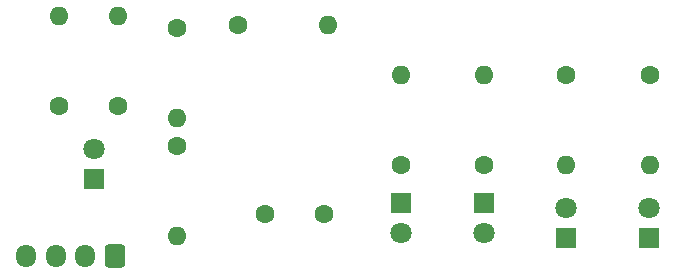
<source format=gbr>
%TF.GenerationSoftware,KiCad,Pcbnew,(6.0.8)*%
%TF.CreationDate,2022-11-29T14:53:20+01:00*%
%TF.ProjectId,l_g_d_d,6c5f675f-645f-4642-9e6b-696361645f70,rev?*%
%TF.SameCoordinates,Original*%
%TF.FileFunction,Soldermask,Top*%
%TF.FilePolarity,Negative*%
%FSLAX46Y46*%
G04 Gerber Fmt 4.6, Leading zero omitted, Abs format (unit mm)*
G04 Created by KiCad (PCBNEW (6.0.8)) date 2022-11-29 14:53:20*
%MOMM*%
%LPD*%
G01*
G04 APERTURE LIST*
G04 Aperture macros list*
%AMRoundRect*
0 Rectangle with rounded corners*
0 $1 Rounding radius*
0 $2 $3 $4 $5 $6 $7 $8 $9 X,Y pos of 4 corners*
0 Add a 4 corners polygon primitive as box body*
4,1,4,$2,$3,$4,$5,$6,$7,$8,$9,$2,$3,0*
0 Add four circle primitives for the rounded corners*
1,1,$1+$1,$2,$3*
1,1,$1+$1,$4,$5*
1,1,$1+$1,$6,$7*
1,1,$1+$1,$8,$9*
0 Add four rect primitives between the rounded corners*
20,1,$1+$1,$2,$3,$4,$5,0*
20,1,$1+$1,$4,$5,$6,$7,0*
20,1,$1+$1,$6,$7,$8,$9,0*
20,1,$1+$1,$8,$9,$2,$3,0*%
G04 Aperture macros list end*
%ADD10C,1.600000*%
%ADD11O,1.600000X1.600000*%
%ADD12R,1.800000X1.800000*%
%ADD13C,1.800000*%
%ADD14RoundRect,0.250000X0.600000X0.725000X-0.600000X0.725000X-0.600000X-0.725000X0.600000X-0.725000X0*%
%ADD15O,1.700000X1.950000*%
G04 APERTURE END LIST*
D10*
%TO.C,10k*%
X140000000Y-75810000D03*
D11*
X140000000Y-68190000D03*
%TD*%
D12*
%TO.C,D1*%
X107000000Y-77000000D03*
D13*
X107000000Y-74460000D03*
%TD*%
D12*
%TO.C,IRLED2*%
X154000000Y-82000000D03*
D13*
X154000000Y-79460000D03*
%TD*%
D10*
%TO.C,1k*%
X147000000Y-68190000D03*
D11*
X147000000Y-75810000D03*
%TD*%
D14*
%TO.C,J1*%
X108750000Y-83525000D03*
D15*
X106250000Y-83525000D03*
X103750000Y-83525000D03*
X101250000Y-83525000D03*
%TD*%
D10*
%TO.C,10k*%
X114000000Y-64190000D03*
D11*
X114000000Y-71810000D03*
%TD*%
D12*
%TO.C,Q2*%
X140000000Y-79000000D03*
D13*
X140000000Y-81540000D03*
%TD*%
D10*
%TO.C,10k*%
X114000000Y-74190000D03*
D11*
X114000000Y-81810000D03*
%TD*%
D12*
%TO.C,IRLED1*%
X147000000Y-82000000D03*
D13*
X147000000Y-79460000D03*
%TD*%
D10*
%TO.C,1k*%
X109000000Y-70810000D03*
D11*
X109000000Y-63190000D03*
%TD*%
D10*
%TO.C,C1*%
X126500000Y-80000000D03*
X121500000Y-80000000D03*
%TD*%
D12*
%TO.C,Q1*%
X133000000Y-79000000D03*
D13*
X133000000Y-81540000D03*
%TD*%
D10*
%TO.C,10k*%
X104000000Y-70810000D03*
D11*
X104000000Y-63190000D03*
%TD*%
D10*
%TO.C,1k*%
X154040000Y-68190000D03*
D11*
X154040000Y-75810000D03*
%TD*%
D10*
%TO.C,10k*%
X133000000Y-75810000D03*
D11*
X133000000Y-68190000D03*
%TD*%
D10*
%TO.C,10k*%
X119190000Y-64000000D03*
D11*
X126810000Y-64000000D03*
%TD*%
M02*

</source>
